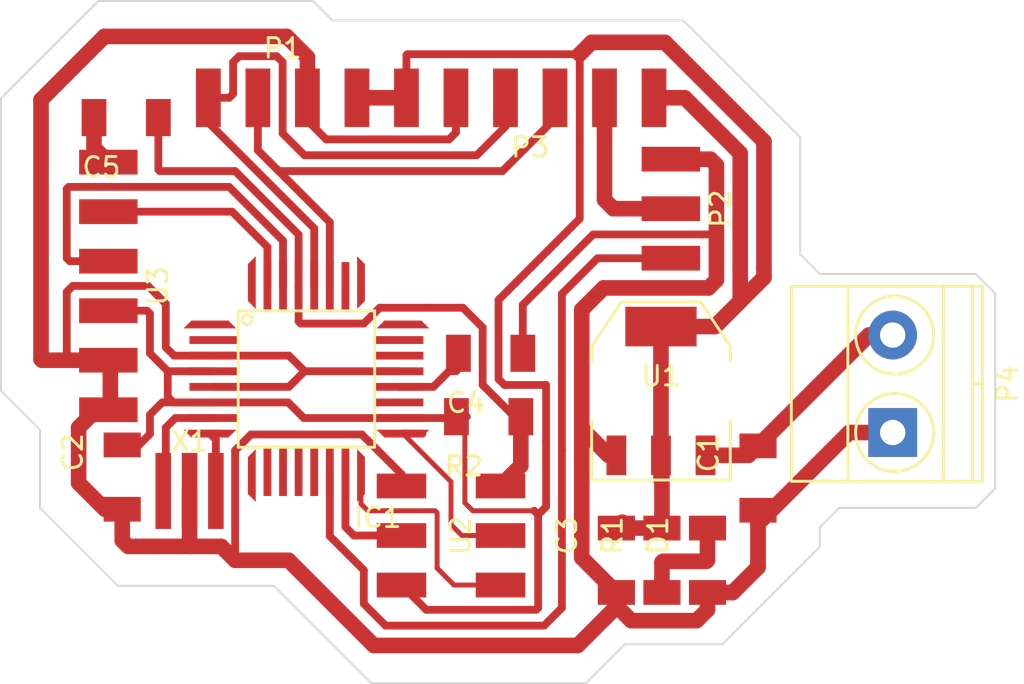
<source format=kicad_pcb>
(kicad_pcb (version 4) (host pcbnew 4.0.4-stable)

  (general
    (links 50)
    (no_connects 0)
    (area 126.949999 50.949999 179.187 87.050001)
    (thickness 1.6)
    (drawings 26)
    (tracks 255)
    (zones 0)
    (modules 17)
    (nets 33)
  )

  (page A4)
  (layers
    (0 F.Cu signal)
    (31 B.Cu signal)
    (32 B.Adhes user)
    (33 F.Adhes user)
    (34 B.Paste user)
    (35 F.Paste user)
    (36 B.SilkS user)
    (37 F.SilkS user)
    (38 B.Mask user)
    (39 F.Mask user)
    (40 Dwgs.User user)
    (41 Cmts.User user)
    (42 Eco1.User user)
    (43 Eco2.User user)
    (44 Edge.Cuts user)
    (45 Margin user)
    (46 B.CrtYd user)
    (47 F.CrtYd user)
    (48 B.Fab user)
    (49 F.Fab user)
  )

  (setup
    (last_trace_width 0.8)
    (user_trace_width 0.254)
    (user_trace_width 0.4)
    (user_trace_width 0.6)
    (user_trace_width 0.8)
    (trace_clearance 0.2)
    (zone_clearance 0.508)
    (zone_45_only no)
    (trace_min 0.2)
    (segment_width 0.2)
    (edge_width 0.1)
    (via_size 0.6)
    (via_drill 0.4)
    (via_min_size 0.4)
    (via_min_drill 0.3)
    (uvia_size 0.3)
    (uvia_drill 0.1)
    (uvias_allowed no)
    (uvia_min_size 0.2)
    (uvia_min_drill 0.1)
    (pcb_text_width 0.3)
    (pcb_text_size 1.5 1.5)
    (mod_edge_width 0.15)
    (mod_text_size 1 1)
    (mod_text_width 0.15)
    (pad_size 1.5 1.5)
    (pad_drill 0.6)
    (pad_to_mask_clearance 0)
    (aux_axis_origin 0 0)
    (grid_origin 131.4704 74.1172)
    (visible_elements FFFFFF7F)
    (pcbplotparams
      (layerselection 0x00030_80000001)
      (usegerberextensions false)
      (excludeedgelayer true)
      (linewidth 0.100000)
      (plotframeref false)
      (viasonmask false)
      (mode 1)
      (useauxorigin false)
      (hpglpennumber 1)
      (hpglpenspeed 20)
      (hpglpendiameter 15)
      (hpglpenoverlay 2)
      (psnegative false)
      (psa4output false)
      (plotreference true)
      (plotvalue true)
      (plotinvisibletext false)
      (padsonsilk false)
      (subtractmaskfromsilk false)
      (outputformat 1)
      (mirror false)
      (drillshape 0)
      (scaleselection 1)
      (outputdirectory ""))
  )

  (net 0 "")
  (net 1 GND)
  (net 2 RAW)
  (net 3 +5V)
  (net 4 "Net-(C4-Pad1)")
  (net 5 RST)
  (net 6 "Net-(C5-Pad1)")
  (net 7 "Net-(D1-Pad1)")
  (net 8 "Net-(IC1-Pad25)")
  (net 9 "Net-(IC1-Pad26)")
  (net 10 SDA)
  (net 11 SCL)
  (net 12 "Net-(IC1-Pad32)")
  (net 13 TXO)
  (net 14 RXI)
  (net 15 "Net-(IC1-Pad22)")
  (net 16 "Net-(IC1-Pad23)")
  (net 17 "Net-(IC1-Pad24)")
  (net 18 "Net-(IC1-Pad19)")
  (net 19 SCK)
  (net 20 "Net-(IC1-Pad12)")
  (net 21 "Net-(IC1-Pad11)")
  (net 22 "Net-(IC1-Pad10)")
  (net 23 "Net-(IC1-Pad9)")
  (net 24 "Net-(IC1-Pad13)")
  (net 25 SERVO)
  (net 26 MOSI)
  (net 27 MISO)
  (net 28 "Net-(IC1-Pad8)")
  (net 29 "Net-(IC1-Pad7)")
  (net 30 "Net-(IC1-Pad1)")
  (net 31 "Net-(IC1-Pad2)")
  (net 32 V_Servo)

  (net_class Default "This is the default net class."
    (clearance 0.2)
    (trace_width 0.25)
    (via_dia 0.6)
    (via_drill 0.4)
    (uvia_dia 0.3)
    (uvia_drill 0.1)
    (add_net +5V)
    (add_net GND)
    (add_net MISO)
    (add_net MOSI)
    (add_net "Net-(C4-Pad1)")
    (add_net "Net-(C5-Pad1)")
    (add_net "Net-(D1-Pad1)")
    (add_net "Net-(IC1-Pad1)")
    (add_net "Net-(IC1-Pad10)")
    (add_net "Net-(IC1-Pad11)")
    (add_net "Net-(IC1-Pad12)")
    (add_net "Net-(IC1-Pad13)")
    (add_net "Net-(IC1-Pad19)")
    (add_net "Net-(IC1-Pad2)")
    (add_net "Net-(IC1-Pad22)")
    (add_net "Net-(IC1-Pad23)")
    (add_net "Net-(IC1-Pad24)")
    (add_net "Net-(IC1-Pad25)")
    (add_net "Net-(IC1-Pad26)")
    (add_net "Net-(IC1-Pad32)")
    (add_net "Net-(IC1-Pad7)")
    (add_net "Net-(IC1-Pad8)")
    (add_net "Net-(IC1-Pad9)")
    (add_net RAW)
    (add_net RST)
    (add_net RXI)
    (add_net SCK)
    (add_net SCL)
    (add_net SDA)
    (add_net SERVO)
    (add_net TXO)
    (add_net V_Servo)
  )

  (module TQFP-32-Fab (layer F.Cu) (tedit 582FB0FA) (tstamp 582F721D)
    (at 142.1384 70.5104)
    (path /582F1A36)
    (fp_text reference IC1 (at 3.6576 7.112) (layer F.SilkS)
      (effects (font (size 1 1) (thickness 0.15)))
    )
    (fp_text value ATMEGA328P-A (at -0.8636 -7.0104) (layer F.Fab)
      (effects (font (size 1 1) (thickness 0.15)))
    )
    (fp_circle (center -3.048 -3.048) (end -3.048 -3.302) (layer F.SilkS) (width 0.15))
    (fp_line (start -3.5 -3.5) (end -3.5 3.5) (layer F.SilkS) (width 0.15))
    (fp_line (start 3.5 -3.5) (end 3.5 3.4492) (layer F.SilkS) (width 0.15))
    (fp_line (start -3.5 3.5) (end 3.5 3.5) (layer F.SilkS) (width 0.15))
    (fp_line (start -3.5 -3.5) (end 3.5 -3.5) (layer F.SilkS) (width 0.15))
    (pad 25 smd trapezoid (at 2.8004 -4.9496 270) (size 2.3 0.4) (rect_delta 0 0.4 ) (layers F.Cu F.Paste F.Mask)
      (net 8 "Net-(IC1-Pad25)"))
    (pad 26 smd rect (at 2.0004 -4.7496 90) (size 2.5 0.4) (layers F.Cu F.Paste F.Mask)
      (net 9 "Net-(IC1-Pad26)"))
    (pad 27 smd rect (at 1.2004 -4.7496 90) (size 2.5 0.4) (layers F.Cu F.Paste F.Mask)
      (net 10 SDA))
    (pad 28 smd rect (at 0.4004 -4.7496 90) (size 2.5 0.4) (layers F.Cu F.Paste F.Mask)
      (net 11 SCL))
    (pad 32 smd trapezoid (at -2.8 -4.95 90) (size 2.3 0.4) (rect_delta 0 0.4 ) (layers F.Cu F.Paste F.Mask)
      (net 12 "Net-(IC1-Pad32)"))
    (pad 31 smd rect (at -2 -4.7496 90) (size 2.5 0.4) (layers F.Cu F.Paste F.Mask)
      (net 13 TXO))
    (pad 30 smd rect (at -1.2 -4.7496 90) (size 2.5 0.4) (layers F.Cu F.Paste F.Mask)
      (net 14 RXI))
    (pad 29 smd rect (at -0.4 -4.7496 90) (size 2.5 0.4) (layers F.Cu F.Paste F.Mask)
      (net 5 RST))
    (pad 21 smd rect (at 4.7496 -0.4) (size 2.5 0.4) (layers F.Cu F.Paste F.Mask)
      (net 1 GND))
    (pad 22 smd rect (at 4.7496 -1.2) (size 2.5 0.4) (layers F.Cu F.Paste F.Mask)
      (net 15 "Net-(IC1-Pad22)"))
    (pad 23 smd rect (at 4.7496 -2) (size 2.5 0.4) (layers F.Cu F.Paste F.Mask)
      (net 16 "Net-(IC1-Pad23)"))
    (pad 24 smd trapezoid (at 4.95 -2.8) (size 2.3 0.4) (rect_delta 0 0.4 ) (layers F.Cu F.Paste F.Mask)
      (net 17 "Net-(IC1-Pad24)"))
    (pad 20 smd rect (at 4.7496 0.4004) (size 2.5 0.4) (layers F.Cu F.Paste F.Mask)
      (net 4 "Net-(C4-Pad1)"))
    (pad 19 smd rect (at 4.7496 1.2004) (size 2.5 0.4) (layers F.Cu F.Paste F.Mask)
      (net 18 "Net-(IC1-Pad19)"))
    (pad 18 smd rect (at 4.7496 2.0004) (size 2.5 0.4) (layers F.Cu F.Paste F.Mask)
      (net 3 +5V))
    (pad 17 smd trapezoid (at 4.95 2.8004 180) (size 2.3 0.4) (rect_delta 0 0.4 ) (layers F.Cu F.Paste F.Mask)
      (net 19 SCK))
    (pad 12 smd rect (at -0.4 4.75 90) (size 2.5 0.4) (layers F.Cu F.Paste F.Mask)
      (net 20 "Net-(IC1-Pad12)"))
    (pad 11 smd rect (at -1.2 4.75 90) (size 2.5 0.4) (layers F.Cu F.Paste F.Mask)
      (net 21 "Net-(IC1-Pad11)"))
    (pad 10 smd rect (at -2 4.75 90) (size 2.5 0.4) (layers F.Cu F.Paste F.Mask)
      (net 22 "Net-(IC1-Pad10)"))
    (pad 9 smd trapezoid (at -2.8 4.95 90) (size 2.3 0.4) (rect_delta 0 0.4 ) (layers F.Cu F.Paste F.Mask)
      (net 23 "Net-(IC1-Pad9)"))
    (pad 13 smd rect (at 0.4004 4.75 90) (size 2.5 0.4) (layers F.Cu F.Paste F.Mask)
      (net 24 "Net-(IC1-Pad13)"))
    (pad 14 smd rect (at 1.2004 4.75 90) (size 2.5 0.4) (layers F.Cu F.Paste F.Mask)
      (net 25 SERVO))
    (pad 15 smd rect (at 2.0004 4.75 90) (size 2.5 0.4) (layers F.Cu F.Paste F.Mask)
      (net 26 MOSI))
    (pad 16 smd trapezoid (at 2.8004 4.95 270) (size 2.3 0.4) (rect_delta 0 0.4 ) (layers F.Cu F.Paste F.Mask)
      (net 27 MISO))
    (pad 8 smd trapezoid (at -4.95 2.8 180) (size 2.3 0.4) (rect_delta 0 0.4 ) (layers F.Cu F.Paste F.Mask)
      (net 28 "Net-(IC1-Pad8)"))
    (pad 7 smd rect (at -4.75 2.0004) (size 2.5 0.4) (layers F.Cu F.Paste F.Mask)
      (net 29 "Net-(IC1-Pad7)"))
    (pad 6 smd rect (at -4.75 1.2004) (size 2.5 0.4) (layers F.Cu F.Paste F.Mask)
      (net 3 +5V))
    (pad 5 smd rect (at -4.75 0.4004) (size 2.5 0.4) (layers F.Cu F.Paste F.Mask)
      (net 1 GND))
    (pad 1 smd trapezoid (at -4.95 -2.8) (size 2.3 0.4) (rect_delta 0 0.4 ) (layers F.Cu F.Paste F.Mask)
      (net 30 "Net-(IC1-Pad1)"))
    (pad 2 smd rect (at -4.75 -2) (size 2.5 0.4) (layers F.Cu F.Paste F.Mask)
      (net 31 "Net-(IC1-Pad2)"))
    (pad 3 smd rect (at -4.75 -1.2) (size 2.5 0.4) (layers F.Cu F.Paste F.Mask)
      (net 1 GND))
    (pad 4 smd rect (at -4.75 -0.4) (size 2.5 0.4) (layers F.Cu F.Paste F.Mask)
      (net 3 +5V))
  )

  (module Fab_Footprint:CAP_1206_FAB (layer F.Cu) (tedit 582F4DEF) (tstamp 582F71DB)
    (at 165.3032 75.5904 270)
    (path /582F6D4E)
    (fp_text reference C1 (at -1.27 2.54 270) (layer F.SilkS)
      (effects (font (size 1 1) (thickness 0.15)))
    )
    (fp_text value CAP_POL (at 0 -2.54 270) (layer F.Fab)
      (effects (font (size 1 1) (thickness 0.15)))
    )
    (pad 2 smd rect (at 1.651 0 270) (size 1.27 1.905) (layers F.Cu F.Paste F.Mask)
      (net 1 GND))
    (pad 1 smd rect (at -1.651 0 270) (size 1.27 1.905) (layers F.Cu F.Paste F.Mask)
      (net 2 RAW))
  )

  (module Fab_Footprint:CAP_1206_FAB (layer F.Cu) (tedit 582F4DEF) (tstamp 582F71E1)
    (at 132.6896 75.5396 270)
    (path /582F6F03)
    (fp_text reference C2 (at -1.27 2.54 270) (layer F.SilkS)
      (effects (font (size 1 1) (thickness 0.15)))
    )
    (fp_text value CAP_POL (at 0 -2.54 270) (layer F.Fab)
      (effects (font (size 1 1) (thickness 0.15)))
    )
    (pad 2 smd rect (at 1.651 0 270) (size 1.27 1.905) (layers F.Cu F.Paste F.Mask)
      (net 1 GND))
    (pad 1 smd rect (at -1.651 0 270) (size 1.27 1.905) (layers F.Cu F.Paste F.Mask)
      (net 3 +5V))
  )

  (module Fab_Footprint:CAP_1206_FAB (layer F.Cu) (tedit 582F4DEF) (tstamp 582F71E7)
    (at 158.0388 79.8068 270)
    (path /582F7AB5)
    (fp_text reference C3 (at -1.27 2.54 270) (layer F.SilkS)
      (effects (font (size 1 1) (thickness 0.15)))
    )
    (fp_text value CAP_POL (at 0 -2.54 270) (layer F.Fab)
      (effects (font (size 1 1) (thickness 0.15)))
    )
    (pad 2 smd rect (at 1.651 0 270) (size 1.27 1.905) (layers F.Cu F.Paste F.Mask)
      (net 1 GND))
    (pad 1 smd rect (at -1.651 0 270) (size 1.27 1.905) (layers F.Cu F.Paste F.Mask)
      (net 3 +5V))
  )

  (module Fab_Footprint:CAP_1206_FAB (layer F.Cu) (tedit 582F4DEF) (tstamp 582F71ED)
    (at 151.5872 69.1896)
    (path /582F7AFD)
    (fp_text reference C4 (at -1.27 2.54) (layer F.SilkS)
      (effects (font (size 1 1) (thickness 0.15)))
    )
    (fp_text value CAP_POL (at 0 -2.54) (layer F.Fab)
      (effects (font (size 1 1) (thickness 0.15)))
    )
    (pad 2 smd rect (at 1.651 0) (size 1.27 1.905) (layers F.Cu F.Paste F.Mask)
      (net 1 GND))
    (pad 1 smd rect (at -1.651 0) (size 1.27 1.905) (layers F.Cu F.Paste F.Mask)
      (net 4 "Net-(C4-Pad1)"))
  )

  (module Fab_Footprint:CAP_1206_FAB (layer F.Cu) (tedit 582F4DEF) (tstamp 582F71F3)
    (at 132.8928 57.0992)
    (path /582F75B9)
    (fp_text reference C5 (at -1.27 2.54) (layer F.SilkS)
      (effects (font (size 1 1) (thickness 0.15)))
    )
    (fp_text value CAP_POL (at 0 -2.54) (layer F.Fab)
      (effects (font (size 1 1) (thickness 0.15)))
    )
    (pad 2 smd rect (at 1.651 0) (size 1.27 1.905) (layers F.Cu F.Paste F.Mask)
      (net 5 RST))
    (pad 1 smd rect (at -1.651 0) (size 1.27 1.905) (layers F.Cu F.Paste F.Mask)
      (net 6 "Net-(C5-Pad1)"))
  )

  (module Fab_Footprint:CAP_1206_FAB (layer F.Cu) (tedit 582F4DEF) (tstamp 582F71F9)
    (at 162.7124 79.8068 270)
    (path /582F6E26)
    (fp_text reference D1 (at -1.27 2.54 270) (layer F.SilkS)
      (effects (font (size 1 1) (thickness 0.15)))
    )
    (fp_text value LED (at 0 -2.54 270) (layer F.Fab)
      (effects (font (size 1 1) (thickness 0.15)))
    )
    (pad 2 smd rect (at 1.651 0 270) (size 1.27 1.905) (layers F.Cu F.Paste F.Mask)
      (net 1 GND))
    (pad 1 smd rect (at -1.651 0 270) (size 1.27 1.905) (layers F.Cu F.Paste F.Mask)
      (net 7 "Net-(D1-Pad1)"))
  )

  (module Fab_Footprint:SMD_RA_1x04_No_Holes (layer F.Cu) (tedit 582F6A88) (tstamp 582F7225)
    (at 140.9192 56.0832 180)
    (path /582F1C3B)
    (fp_text reference P1 (at 0 2.54 180) (layer F.SilkS)
      (effects (font (size 1 1) (thickness 0.15)))
    )
    (fp_text value AF_TMP007 (at 0 -2.54 180) (layer F.Fab)
      (effects (font (size 1 1) (thickness 0.15)))
    )
    (pad 4 smd rect (at 3.81 0 180) (size 1.27 3) (layers F.Cu F.Paste F.Mask)
      (net 11 SCL))
    (pad 3 smd rect (at 1.27 0 180) (size 1.27 3) (layers F.Cu F.Paste F.Mask)
      (net 10 SDA))
    (pad 2 smd rect (at -1.27 0 180) (size 1.27 3) (layers F.Cu F.Paste F.Mask)
      (net 1 GND))
    (pad 1 smd rect (at -3.81 0 180) (size 1.27 3) (layers F.Cu F.Paste F.Mask)
      (net 3 +5V))
  )

  (module Fab_Footprint:SMD_RA_1x03_No_Holes (layer F.Cu) (tedit 582F962B) (tstamp 582F722C)
    (at 160.8328 61.7728 90)
    (path /582F7B85)
    (fp_text reference P2 (at 0 2.54 90) (layer F.SilkS)
      (effects (font (size 1 1) (thickness 0.15)))
    )
    (fp_text value CONN_01X03 (at 0 -2.54 180) (layer F.Fab)
      (effects (font (size 1 1) (thickness 0.15)))
    )
    (pad 3 smd rect (at 2.54 0 90) (size 1.27 3) (layers F.Cu F.Paste F.Mask)
      (net 1 GND))
    (pad 2 smd rect (at 0 0 90) (size 1.27 3) (layers F.Cu F.Paste F.Mask)
      (net 32 V_Servo))
    (pad 1 smd rect (at -2.54 0 90) (size 1.27 3) (layers F.Cu F.Paste F.Mask)
      (net 25 SERVO))
  )

  (module Fab_Footprint:SMD_RA_1x06_No_Holes (layer F.Cu) (tedit 582F6988) (tstamp 582F7236)
    (at 153.6192 56.0832)
    (path /582F1BE1)
    (fp_text reference P3 (at 0 2.54) (layer F.SilkS)
      (effects (font (size 1 1) (thickness 0.15)))
    )
    (fp_text value AF_INA219 (at 0 -2.54) (layer F.Fab)
      (effects (font (size 1 1) (thickness 0.15)))
    )
    (pad 1 smd rect (at -6.35 0) (size 1.27 3) (layers F.Cu F.Paste F.Mask)
      (net 3 +5V))
    (pad 2 smd rect (at -3.81 0) (size 1.27 3) (layers F.Cu F.Paste F.Mask)
      (net 1 GND))
    (pad 3 smd rect (at -1.27 0) (size 1.27 3) (layers F.Cu F.Paste F.Mask)
      (net 11 SCL))
    (pad 4 smd rect (at 1.27 0) (size 1.27 3) (layers F.Cu F.Paste F.Mask)
      (net 10 SDA))
    (pad 5 smd rect (at 3.81 0) (size 1.27 3) (layers F.Cu F.Paste F.Mask)
      (net 32 V_Servo))
    (pad 6 smd rect (at 6.35 0) (size 1.27 3) (layers F.Cu F.Paste F.Mask)
      (net 3 +5V))
  )

  (module Terminal_Blocks:TerminalBlock_Pheonix_MKDS1.5-2pol (layer F.Cu) (tedit 563007E4) (tstamp 582F723C)
    (at 172.212 73.2536 90)
    (descr "2-way 5mm pitch terminal block, Phoenix MKDS series")
    (path /582F8AE0)
    (fp_text reference P4 (at 2.5 5.9 90) (layer F.SilkS)
      (effects (font (size 1 1) (thickness 0.15)))
    )
    (fp_text value CONN_01X02 (at 2.5 -6.6 90) (layer F.Fab)
      (effects (font (size 1 1) (thickness 0.15)))
    )
    (fp_line (start -2.7 -5.4) (end 7.7 -5.4) (layer F.CrtYd) (width 0.05))
    (fp_line (start -2.7 4.8) (end -2.7 -5.4) (layer F.CrtYd) (width 0.05))
    (fp_line (start 7.7 4.8) (end -2.7 4.8) (layer F.CrtYd) (width 0.05))
    (fp_line (start 7.7 -5.4) (end 7.7 4.8) (layer F.CrtYd) (width 0.05))
    (fp_line (start 2.5 4.1) (end 2.5 4.6) (layer F.SilkS) (width 0.15))
    (fp_circle (center 5 0.1) (end 3 0.1) (layer F.SilkS) (width 0.15))
    (fp_circle (center 0 0.1) (end 2 0.1) (layer F.SilkS) (width 0.15))
    (fp_line (start -2.5 2.6) (end 7.5 2.6) (layer F.SilkS) (width 0.15))
    (fp_line (start -2.5 -2.3) (end 7.5 -2.3) (layer F.SilkS) (width 0.15))
    (fp_line (start -2.5 4.1) (end 7.5 4.1) (layer F.SilkS) (width 0.15))
    (fp_line (start -2.5 4.6) (end 7.5 4.6) (layer F.SilkS) (width 0.15))
    (fp_line (start 7.5 4.6) (end 7.5 -5.2) (layer F.SilkS) (width 0.15))
    (fp_line (start 7.5 -5.2) (end -2.5 -5.2) (layer F.SilkS) (width 0.15))
    (fp_line (start -2.5 -5.2) (end -2.5 4.6) (layer F.SilkS) (width 0.15))
    (pad 1 thru_hole rect (at 0 0 90) (size 2.5 2.5) (drill 1.3) (layers *.Cu *.Mask)
      (net 1 GND))
    (pad 2 thru_hole circle (at 5 0 90) (size 2.5 2.5) (drill 1.3) (layers *.Cu *.Mask)
      (net 2 RAW))
    (model Terminal_Blocks.3dshapes/TerminalBlock_Pheonix_MKDS1.5-2pol.wrl
      (at (xyz 0.0984 0 0))
      (scale (xyz 1 1 1))
      (rotate (xyz 0 0 0))
    )
  )

  (module Fab_Footprint:CAP_1206_FAB (layer F.Cu) (tedit 582F4DEF) (tstamp 582F7242)
    (at 160.3756 79.8068 270)
    (path /582F73D8)
    (fp_text reference R1 (at -1.27 2.54 270) (layer F.SilkS)
      (effects (font (size 1 1) (thickness 0.15)))
    )
    (fp_text value RES (at 0 -2.54 270) (layer F.Fab)
      (effects (font (size 1 1) (thickness 0.15)))
    )
    (pad 2 smd rect (at 1.651 0 270) (size 1.27 1.905) (layers F.Cu F.Paste F.Mask)
      (net 7 "Net-(D1-Pad1)"))
    (pad 1 smd rect (at -1.651 0 270) (size 1.27 1.905) (layers F.Cu F.Paste F.Mask)
      (net 3 +5V))
  )

  (module Fab_Footprint:CAP_1206_FAB (layer F.Cu) (tedit 582F4DEF) (tstamp 582F7248)
    (at 151.4856 72.4408)
    (path /582F81C5)
    (fp_text reference R2 (at -1.27 2.54) (layer F.SilkS)
      (effects (font (size 1 1) (thickness 0.15)))
    )
    (fp_text value RES (at 0 -2.54) (layer F.Fab)
      (effects (font (size 1 1) (thickness 0.15)))
    )
    (pad 2 smd rect (at 1.651 0) (size 1.27 1.905) (layers F.Cu F.Paste F.Mask)
      (net 5 RST))
    (pad 1 smd rect (at -1.651 0) (size 1.27 1.905) (layers F.Cu F.Paste F.Mask)
      (net 3 +5V))
  )

  (module Fab_Footprint:SMD_RA_1x06_No_Holes (layer F.Cu) (tedit 582F6988) (tstamp 582F7264)
    (at 131.9784 65.7352 90)
    (path /582F4630)
    (fp_text reference U3 (at 0 2.54 90) (layer F.SilkS)
      (effects (font (size 1 1) (thickness 0.15)))
    )
    (fp_text value FTDI (at 0 -2.54 90) (layer F.Fab)
      (effects (font (size 1 1) (thickness 0.15)))
    )
    (pad 1 smd rect (at -6.35 0 90) (size 1.27 3) (layers F.Cu F.Paste F.Mask)
      (net 1 GND))
    (pad 2 smd rect (at -3.81 0 90) (size 1.27 3) (layers F.Cu F.Paste F.Mask)
      (net 1 GND))
    (pad 3 smd rect (at -1.27 0 90) (size 1.27 3) (layers F.Cu F.Paste F.Mask)
      (net 3 +5V))
    (pad 4 smd rect (at 1.27 0 90) (size 1.27 3) (layers F.Cu F.Paste F.Mask)
      (net 14 RXI))
    (pad 5 smd rect (at 3.81 0 90) (size 1.27 3) (layers F.Cu F.Paste F.Mask)
      (net 13 TXO))
    (pad 6 smd rect (at 6.35 0 90) (size 1.27 3) (layers F.Cu F.Paste F.Mask)
      (net 6 "Net-(C5-Pad1)"))
  )

  (module Fab_Footprint:RESONATOR (layer F.Cu) (tedit 582F6F67) (tstamp 582F726B)
    (at 136.144 76.2508 180)
    (path /582F3590)
    (fp_text reference X1 (at 0 2.54 180) (layer F.SilkS)
      (effects (font (size 1 1) (thickness 0.15)))
    )
    (fp_text value CRYSTAL_SMD (at 0 -2.54 180) (layer F.Fab)
      (effects (font (size 1 1) (thickness 0.15)))
    )
    (pad 2 smd rect (at 1.35 0 180) (size 0.8 3.9) (layers F.Cu F.Paste F.Mask)
      (net 29 "Net-(IC1-Pad7)"))
    (pad 3 smd rect (at 0 0 180) (size 0.8 3.9) (layers F.Cu F.Paste F.Mask)
      (net 1 GND))
    (pad 1 smd rect (at -1.35 0 180) (size 0.8 3.9) (layers F.Cu F.Paste F.Mask)
      (net 28 "Net-(IC1-Pad8)"))
  )

  (module Fab_Footprint:SOT-223-Reg (layer F.Cu) (tedit 582FA4C1) (tstamp 582F7250)
    (at 160.3248 71.12)
    (descr "module CMS SOT223 4 pins")
    (tags "CMS SOT")
    (path /582F66AD)
    (attr smd)
    (fp_text reference U1 (at 0 -0.762) (layer F.SilkS)
      (effects (font (size 1 1) (thickness 0.15)))
    )
    (fp_text value 7805 (at 0 0.762) (layer F.Fab)
      (effects (font (size 1 1) (thickness 0.15)))
    )
    (fp_line (start -3.556 1.524) (end -3.556 4.572) (layer F.SilkS) (width 0.15))
    (fp_line (start -3.556 4.572) (end 3.556 4.572) (layer F.SilkS) (width 0.15))
    (fp_line (start 3.556 4.572) (end 3.556 1.524) (layer F.SilkS) (width 0.15))
    (fp_line (start -3.556 -1.524) (end -3.556 -2.286) (layer F.SilkS) (width 0.15))
    (fp_line (start -3.556 -2.286) (end -2.032 -4.572) (layer F.SilkS) (width 0.15))
    (fp_line (start -2.032 -4.572) (end 2.032 -4.572) (layer F.SilkS) (width 0.15))
    (fp_line (start 2.032 -4.572) (end 3.556 -2.286) (layer F.SilkS) (width 0.15))
    (fp_line (start 3.556 -2.286) (end 3.556 -1.524) (layer F.SilkS) (width 0.15))
    (pad 2 smd rect (at 0 -3.302) (size 3.6576 2.032) (layers F.Cu F.Paste F.Mask)
      (net 3 +5V))
    (pad 2 smd rect (at 0 3.302) (size 1.016 2.032) (layers F.Cu F.Paste F.Mask)
      (net 3 +5V))
    (pad 3 smd rect (at 2.286 3.302) (size 1.016 2.032) (layers F.Cu F.Paste F.Mask)
      (net 2 RAW))
    (pad 1 smd rect (at -2.286 3.302) (size 1.016 2.032) (layers F.Cu F.Paste F.Mask)
      (net 1 GND))
    (model TO_SOT_Packages_SMD.3dshapes/SOT-223.wrl
      (at (xyz 0 0 0))
      (scale (xyz 0.4 0.4 0.4))
      (rotate (xyz 0 0 0))
    )
  )

  (module Fab_Footprint:SMD_2x03 (layer F.Cu) (tedit 5830D71E) (tstamp 582F725A)
    (at 149.5552 78.5368 90)
    (path /582F290F)
    (fp_text reference U2 (at 0 0.5 90) (layer F.SilkS)
      (effects (font (size 1 1) (thickness 0.15)))
    )
    (fp_text value AVRISP (at 0.0508 -0.1016 90) (layer F.Fab)
      (effects (font (size 1 1) (thickness 0.15)))
    )
    (pad 1 smd rect (at -2.54 2.54 90) (size 1.27 2.54) (layers F.Cu F.Paste F.Mask)
      (net 27 MISO))
    (pad 3 smd rect (at 0 2.54 90) (size 1.27 2.54) (layers F.Cu F.Paste F.Mask)
      (net 19 SCK))
    (pad 5 smd rect (at 2.54 2.54 90) (size 1.27 2.54) (layers F.Cu F.Paste F.Mask)
      (net 5 RST))
    (pad 2 smd rect (at -2.54 -2.54 90) (size 1.27 2.54) (layers F.Cu F.Paste F.Mask)
      (net 3 +5V))
    (pad 4 smd rect (at 0 -2.54 90) (size 1.27 2.54) (layers F.Cu F.Paste F.Mask)
      (net 26 MOSI))
    (pad 6 smd rect (at 2.54 -2.54 90) (size 1.27 2.54) (layers F.Cu F.Paste F.Mask)
      (net 1 GND))
  )

  (gr_line (start 169.4704 77.1172) (end 176.4704 77.1172) (angle 90) (layer Edge.Cuts) (width 0.1))
  (gr_line (start 168.4704 78.1172) (end 169.4704 77.1172) (angle 90) (layer Edge.Cuts) (width 0.1))
  (gr_line (start 168.4704 79.1172) (end 168.4704 78.1172) (angle 90) (layer Edge.Cuts) (width 0.1))
  (gr_line (start 142.4704 51.1172) (end 131.4704 51.1172) (angle 90) (layer Edge.Cuts) (width 0.1))
  (gr_line (start 143.4704 52.1172) (end 142.4704 51.1172) (angle 90) (layer Edge.Cuts) (width 0.1))
  (gr_line (start 161.4704 52.1172) (end 143.4704 52.1172) (angle 90) (layer Edge.Cuts) (width 0.1))
  (gr_line (start 167.4704 58.1172) (end 161.4704 52.1172) (angle 90) (layer Edge.Cuts) (width 0.1))
  (gr_line (start 167.4704 64.1172) (end 167.4704 58.1172) (angle 90) (layer Edge.Cuts) (width 0.1))
  (gr_line (start 168.4704 65.1172) (end 167.4704 64.1172) (angle 90) (layer Edge.Cuts) (width 0.1))
  (gr_line (start 176.4704 65.1172) (end 168.4704 65.1172) (angle 90) (layer Edge.Cuts) (width 0.1))
  (gr_line (start 177.4704 66.1172) (end 176.4704 65.1172) (angle 90) (layer Edge.Cuts) (width 0.1))
  (gr_line (start 177.4704 76.1172) (end 177.4704 66.1172) (angle 90) (layer Edge.Cuts) (width 0.1))
  (gr_line (start 176.4704 77.1172) (end 177.4704 76.1172) (angle 90) (layer Edge.Cuts) (width 0.1))
  (gr_line (start 167.4704 80.1172) (end 168.4704 79.1172) (angle 90) (layer Edge.Cuts) (width 0.1))
  (gr_line (start 163.4704 84.1172) (end 167.4704 80.1172) (angle 90) (layer Edge.Cuts) (width 0.1))
  (gr_line (start 162.4704 84.1172) (end 163.4704 84.1172) (angle 90) (layer Edge.Cuts) (width 0.1))
  (gr_line (start 158.4704 84.1172) (end 162.4704 84.1172) (angle 90) (layer Edge.Cuts) (width 0.1))
  (gr_line (start 156.4704 86.1172) (end 158.4704 84.1172) (angle 90) (layer Edge.Cuts) (width 0.1))
  (gr_line (start 145.4704 86.1172) (end 156.4704 86.1172) (angle 90) (layer Edge.Cuts) (width 0.1))
  (gr_line (start 140.4704 81.1172) (end 145.4704 86.1172) (angle 90) (layer Edge.Cuts) (width 0.1))
  (gr_line (start 132.4704 81.1172) (end 140.4704 81.1172) (angle 90) (layer Edge.Cuts) (width 0.1))
  (gr_line (start 128.4704 77.1172) (end 132.4704 81.1172) (angle 90) (layer Edge.Cuts) (width 0.1))
  (gr_line (start 128.4704 73.1172) (end 128.4704 77.1172) (angle 90) (layer Edge.Cuts) (width 0.1))
  (gr_line (start 126.4704 71.1172) (end 128.4704 73.1172) (angle 90) (layer Edge.Cuts) (width 0.1))
  (gr_line (start 126.4704 56.1172) (end 126.4704 71.1172) (angle 90) (layer Edge.Cuts) (width 0.1))
  (gr_line (start 131.4704 51.1172) (end 126.4704 56.1172) (angle 90) (layer Edge.Cuts) (width 0.1))

  (segment (start 156.2608 74.5236) (end 156.2608 79.6798) (width 0.8) (layer F.Cu) (net 1))
  (segment (start 156.2608 79.6798) (end 158.0388 81.4578) (width 0.8) (layer F.Cu) (net 1) (tstamp 5830DC24) (status 800000))
  (segment (start 138.4808 79.8068) (end 137.7696 79.0956) (width 0.8) (layer F.Cu) (net 1))
  (segment (start 137.7696 79.0956) (end 136.144 79.0956) (width 0.8) (layer F.Cu) (net 1))
  (segment (start 138.4808 79.8068) (end 141.224 79.8068) (width 0.8) (layer F.Cu) (net 1) (tstamp 5830DC0C))
  (segment (start 141.224 79.8068) (end 145.5928 84.1756) (width 0.8) (layer F.Cu) (net 1) (tstamp 5830DC0E))
  (segment (start 145.5928 84.1756) (end 156.0576 84.1756) (width 0.8) (layer F.Cu) (net 1) (tstamp 5830DC13))
  (segment (start 156.0576 84.1756) (end 158.0388 82.1944) (width 0.8) (layer F.Cu) (net 1) (tstamp 5830DC17))
  (segment (start 158.0388 82.1944) (end 158.0388 81.4578) (width 0.8) (layer F.Cu) (net 1) (tstamp 5830DC19) (status 800000))
  (segment (start 158.0388 81.4578) (end 158.0388 82.1944) (width 0.8) (layer F.Cu) (net 1))
  (segment (start 158.0388 82.1944) (end 157.3784 82.8548) (width 0.8) (layer F.Cu) (net 1) (tstamp 5830D9DB))
  (segment (start 134.0104 79.0956) (end 132.9944 79.0956) (width 0.8) (layer F.Cu) (net 1))
  (segment (start 136.144 79.0956) (end 134.0104 79.0956) (width 0.8) (layer F.Cu) (net 1) (tstamp 5830D92D))
  (segment (start 132.6896 78.7908) (end 132.6896 77.1906) (width 0.8) (layer F.Cu) (net 1) (tstamp 5830D94D))
  (segment (start 132.9944 79.0956) (end 132.6896 78.7908) (width 0.8) (layer F.Cu) (net 1) (tstamp 5830D94A))
  (segment (start 136.144 76.2508) (end 136.144 79.0956) (width 0.8) (layer F.Cu) (net 1))
  (segment (start 132.6896 77.7748) (end 132.6896 77.1906) (width 0.8) (layer F.Cu) (net 1) (tstamp 5830D93C))
  (segment (start 138.9888 73.66) (end 138.4808 74.168) (width 0.4) (layer F.Cu) (net 1))
  (segment (start 139.2936 73.3552) (end 138.9888 73.66) (width 0.4) (layer F.Cu) (net 1) (tstamp 5830D81A))
  (segment (start 144.9832 73.3552) (end 139.2936 73.3552) (width 0.4) (layer F.Cu) (net 1) (tstamp 5830D816))
  (segment (start 147.0152 75.3872) (end 144.9832 73.3552) (width 0.4) (layer F.Cu) (net 1) (tstamp 5830D80E))
  (segment (start 138.4808 74.168) (end 138.4808 79.8068) (width 0.4) (layer F.Cu) (net 1) (tstamp 5830D8F6))
  (segment (start 131.9784 72.0852) (end 131.3688 72.0852) (width 0.8) (layer F.Cu) (net 1))
  (segment (start 131.3688 72.0852) (end 130.4544 72.9996) (width 0.8) (layer F.Cu) (net 1) (tstamp 5830D88E))
  (segment (start 130.4544 72.9996) (end 130.4544 75.8444) (width 0.8) (layer F.Cu) (net 1) (tstamp 5830D89F))
  (segment (start 130.4544 75.8444) (end 131.8006 77.1906) (width 0.8) (layer F.Cu) (net 1) (tstamp 5830D8A9))
  (segment (start 131.8006 77.1906) (end 132.6896 77.1906) (width 0.8) (layer F.Cu) (net 1) (tstamp 5830D8AD))
  (segment (start 147.0152 75.9968) (end 147.0152 75.3872) (width 0.4) (layer F.Cu) (net 1))
  (segment (start 165.3032 77.2414) (end 165.3032 80.1624) (width 0.8) (layer F.Cu) (net 1))
  (segment (start 165.3032 80.1624) (end 164.0078 81.4578) (width 0.8) (layer F.Cu) (net 1) (tstamp 5830AFD4))
  (segment (start 164.0078 81.4578) (end 162.7124 81.4578) (width 0.8) (layer F.Cu) (net 1) (tstamp 5830AFD8))
  (segment (start 158.0388 74.422) (end 157.6324 74.422) (width 0.8) (layer F.Cu) (net 1))
  (segment (start 157.6324 74.422) (end 156.2608 73.0504) (width 0.8) (layer F.Cu) (net 1) (tstamp 5830A243))
  (segment (start 172.212 73.2536) (end 169.9768 73.2536) (width 0.8) (layer F.Cu) (net 1))
  (segment (start 164.0078 81.4578) (end 162.7124 81.4578) (width 0.8) (layer F.Cu) (net 1) (tstamp 582FAD8E))
  (segment (start 165.3032 80.1624) (end 164.0078 81.4578) (width 0.8) (layer F.Cu) (net 1) (tstamp 5830A039))
  (segment (start 165.3032 77.9272) (end 165.3032 80.1624) (width 0.8) (layer F.Cu) (net 1) (tstamp 5830A036))
  (segment (start 169.9768 73.2536) (end 165.3032 77.9272) (width 0.8) (layer F.Cu) (net 1) (tstamp 5830A031))
  (segment (start 163.1696 63.0936) (end 163.1696 65.4304) (width 0.8) (layer F.Cu) (net 1))
  (segment (start 156.2608 66.9544) (end 156.2608 71.5264) (width 0.8) (layer F.Cu) (net 1) (tstamp 582FACF6))
  (segment (start 156.2608 71.5264) (end 156.2608 73.0504) (width 0.8) (layer F.Cu) (net 1))
  (segment (start 156.2608 73.0504) (end 156.2608 74.5236) (width 0.8) (layer F.Cu) (net 1) (tstamp 582FAF08))
  (segment (start 156.2608 74.5236) (end 156.2608 74.676) (width 0.8) (layer F.Cu) (net 1) (tstamp 5830DC22))
  (segment (start 157.3784 65.8368) (end 156.2608 66.9544) (width 0.8) (layer F.Cu) (net 1) (tstamp 582FAED0))
  (segment (start 162.7632 65.8368) (end 157.3784 65.8368) (width 0.8) (layer F.Cu) (net 1) (tstamp 582FAECD))
  (segment (start 163.1696 65.4304) (end 162.7632 65.8368) (width 0.8) (layer F.Cu) (net 1) (tstamp 582FAEC7))
  (segment (start 158.0388 81.4578) (end 158.0388 82.1436) (width 0.8) (layer F.Cu) (net 1))
  (segment (start 162.7124 82.3468) (end 162.7124 81.4578) (width 0.8) (layer F.Cu) (net 1) (tstamp 582FAD78))
  (segment (start 162.1536 82.9056) (end 162.7124 82.3468) (width 0.8) (layer F.Cu) (net 1) (tstamp 582FAD74))
  (segment (start 158.8008 82.9056) (end 162.1536 82.9056) (width 0.8) (layer F.Cu) (net 1) (tstamp 582FAD71))
  (segment (start 158.0388 82.1436) (end 158.8008 82.9056) (width 0.8) (layer F.Cu) (net 1) (tstamp 582FAD6E))
  (segment (start 142.1892 56.0832) (end 142.1892 54.0004) (width 0.8) (layer F.Cu) (net 1))
  (segment (start 128.5748 69.5452) (end 131.9784 69.5452) (width 0.8) (layer F.Cu) (net 1) (tstamp 582FAB78))
  (segment (start 128.524 69.4944) (end 128.5748 69.5452) (width 0.8) (layer F.Cu) (net 1) (tstamp 582FAB73))
  (segment (start 128.524 56.1848) (end 128.524 69.4944) (width 0.8) (layer F.Cu) (net 1) (tstamp 582FAB69))
  (segment (start 131.7752 52.9336) (end 128.524 56.1848) (width 0.8) (layer F.Cu) (net 1) (tstamp 582FAB5E))
  (segment (start 141.1224 52.9336) (end 131.7752 52.9336) (width 0.8) (layer F.Cu) (net 1) (tstamp 582FAB5C))
  (segment (start 142.1892 54.0004) (end 141.1224 52.9336) (width 0.8) (layer F.Cu) (net 1) (tstamp 582FAB58))
  (segment (start 156.845 63.0936) (end 162.4584 63.0936) (width 0.4) (layer F.Cu) (net 1))
  (segment (start 153.2382 66.7004) (end 156.845 63.0936) (width 0.4) (layer F.Cu) (net 1) (tstamp 582FA90B))
  (segment (start 153.2382 69.1896) (end 153.2382 66.7004) (width 0.4) (layer F.Cu) (net 1))
  (segment (start 162.4584 63.0936) (end 163.1696 63.0936) (width 0.4) (layer F.Cu) (net 1) (tstamp 582FA96F))
  (segment (start 160.8328 59.2328) (end 162.8648 59.2328) (width 0.8) (layer F.Cu) (net 1))
  (segment (start 163.1696 59.5376) (end 163.1696 63.0936) (width 0.8) (layer F.Cu) (net 1) (tstamp 582FA947))
  (segment (start 162.8648 59.2328) (end 163.1696 59.5376) (width 0.8) (layer F.Cu) (net 1) (tstamp 582FA944))
  (segment (start 137.3884 70.9108) (end 141.2428 70.9108) (width 0.4) (layer F.Cu) (net 1))
  (segment (start 141.2428 70.9108) (end 142.0432 70.1104) (width 0.4) (layer F.Cu) (net 1) (tstamp 582F93F4))
  (segment (start 137.3884 69.3104) (end 141.2432 69.3104) (width 0.4) (layer F.Cu) (net 1))
  (segment (start 142.0432 70.1104) (end 146.888 70.1104) (width 0.4) (layer F.Cu) (net 1) (tstamp 582F93ED))
  (segment (start 141.2432 69.3104) (end 142.0432 70.1104) (width 0.4) (layer F.Cu) (net 1) (tstamp 582F93EC))
  (segment (start 142.1892 56.0832) (end 142.1892 57.2516) (width 0.4) (layer F.Cu) (net 1))
  (segment (start 142.1892 57.2516) (end 143.1544 58.2168) (width 0.4) (layer F.Cu) (net 1) (tstamp 582F9272))
  (segment (start 143.1544 58.2168) (end 149.4536 58.2168) (width 0.4) (layer F.Cu) (net 1) (tstamp 582F9277))
  (segment (start 149.4536 58.2168) (end 149.8092 57.8612) (width 0.4) (layer F.Cu) (net 1) (tstamp 582F927D))
  (segment (start 149.8092 57.8612) (end 149.8092 56.0832) (width 0.4) (layer F.Cu) (net 1) (tstamp 582F9283))
  (segment (start 130.1496 65.7352) (end 129.9464 65.9384) (width 0.4) (layer F.Cu) (net 1))
  (segment (start 129.9464 65.9384) (end 129.8448 66.04) (width 0.4) (layer F.Cu) (net 1) (tstamp 582F8FDC))
  (segment (start 129.8448 66.04) (end 129.8448 69.1896) (width 0.4) (layer F.Cu) (net 1) (tstamp 582F8FDF))
  (segment (start 129.8448 69.1896) (end 130.2004 69.5452) (width 0.4) (layer F.Cu) (net 1) (tstamp 582F8FE3))
  (segment (start 130.2004 69.5452) (end 131.9784 69.5452) (width 0.4) (layer F.Cu) (net 1) (tstamp 582F8FEB))
  (segment (start 137.3884 69.3104) (end 135.3504 69.3104) (width 0.4) (layer F.Cu) (net 1))
  (segment (start 134.0104 65.7352) (end 130.1496 65.7352) (width 0.4) (layer F.Cu) (net 1) (tstamp 582F8F33))
  (segment (start 134.9248 66.6496) (end 134.0104 65.7352) (width 0.4) (layer F.Cu) (net 1) (tstamp 582F8F2C))
  (segment (start 134.9248 68.8848) (end 134.9248 66.6496) (width 0.4) (layer F.Cu) (net 1) (tstamp 582F8F2A))
  (segment (start 135.3504 69.3104) (end 134.9248 68.8848) (width 0.4) (layer F.Cu) (net 1) (tstamp 582F8F22))
  (segment (start 132.08 69.5452) (end 132.08 72.0852) (width 0.8) (layer F.Cu) (net 1))
  (segment (start 131.5212 69.5452) (end 132.08 69.5452) (width 0.4) (layer F.Cu) (net 1) (tstamp 582F8F40))
  (segment (start 162.6108 74.422) (end 164.8206 74.422) (width 0.8) (layer F.Cu) (net 2))
  (segment (start 164.8206 74.422) (end 170.989 68.2536) (width 0.8) (layer F.Cu) (net 2) (tstamp 5830AFC1))
  (segment (start 170.989 68.2536) (end 172.212 68.2536) (width 0.8) (layer F.Cu) (net 2) (tstamp 5830AFC3))
  (segment (start 172.1904 68.2752) (end 172.212 68.2536) (width 0.8) (layer F.Cu) (net 2) (tstamp 582FADFF))
  (segment (start 154.0256 77.47) (end 153.8224 77.2668) (width 0.4) (layer F.Cu) (net 3))
  (segment (start 150.2664 76.8604) (end 150.6728 77.2668) (width 0.254) (layer F.Cu) (net 3) (tstamp 5830DB12))
  (segment (start 150.6728 77.2668) (end 153.8224 77.2668) (width 0.254) (layer F.Cu) (net 3) (tstamp 5830DB1B))
  (segment (start 150.2664 76.8604) (end 150.2664 72.8726) (width 0.254) (layer F.Cu) (net 3) (tstamp 5830DB07) (status 800000))
  (segment (start 147.0152 81.0768) (end 148.2852 82.3468) (width 0.4) (layer F.Cu) (net 3) (status 400000))
  (segment (start 151.9936 67.8688) (end 151.9936 66.4464) (width 0.4) (layer F.Cu) (net 3))
  (segment (start 151.9936 66.4464) (end 156.1592 62.2808) (width 0.4) (layer F.Cu) (net 3) (tstamp 582FB7D6))
  (segment (start 156.1592 62.2808) (end 156.1592 58.2168) (width 0.4) (layer F.Cu) (net 3) (tstamp 582FB7D7))
  (segment (start 156.1592 58.2168) (end 156.1592 54.4576) (width 0.4) (layer F.Cu) (net 3) (tstamp 582F983C))
  (segment (start 156.1592 54.4576) (end 156.1592 54.0512) (width 0.4) (layer F.Cu) (net 3) (tstamp 582F9841))
  (segment (start 156.1592 54.0512) (end 156.1592 53.848) (width 0.4) (layer F.Cu) (net 3) (tstamp 582F9845))
  (segment (start 152.4 70.8152) (end 152.2984 70.8152) (width 0.4) (layer F.Cu) (net 3))
  (segment (start 154.432 73.7616) (end 154.432 70.8152) (width 0.4) (layer F.Cu) (net 3) (tstamp 582F975D))
  (segment (start 154.432 70.8152) (end 152.4 70.8152) (width 0.4) (layer F.Cu) (net 3) (tstamp 582F9763))
  (segment (start 151.9936 70.5104) (end 151.9936 67.8688) (width 0.4) (layer F.Cu) (net 3) (tstamp 582F97D2))
  (segment (start 152.2984 70.8152) (end 151.9936 70.5104) (width 0.4) (layer F.Cu) (net 3) (tstamp 582F97CF))
  (segment (start 154.432 77.0636) (end 154.432 73.7616) (width 0.4) (layer F.Cu) (net 3) (tstamp 5830DBB4))
  (segment (start 154.0256 77.47) (end 154.432 77.0636) (width 0.4) (layer F.Cu) (net 3) (tstamp 5830DBB2))
  (segment (start 154.0256 82.2452) (end 154.0256 77.47) (width 0.4) (layer F.Cu) (net 3) (tstamp 5830DBAC))
  (segment (start 153.924 82.3468) (end 154.0256 82.2452) (width 0.4) (layer F.Cu) (net 3) (tstamp 5830DBA8))
  (segment (start 148.2852 82.3468) (end 153.924 82.3468) (width 0.4) (layer F.Cu) (net 3) (tstamp 5830DB9F))
  (segment (start 149.8346 72.4408) (end 150.2664 72.8726) (width 0.254) (layer F.Cu) (net 3) (status C00000))
  (segment (start 149.8346 72.4408) (end 150.1648 72.771) (width 0.4) (layer F.Cu) (net 3))
  (segment (start 160.3248 67.818) (end 163.0934 67.818) (width 0.8) (layer F.Cu) (net 3))
  (segment (start 163.0934 67.818) (end 164.3888 66.5226) (width 0.8) (layer F.Cu) (net 3) (tstamp 5830AFE1))
  (segment (start 164.3888 66.5226) (end 164.3888 64.7954) (width 0.8) (layer F.Cu) (net 3))
  (segment (start 161.544 56.0832) (end 159.9692 56.0832) (width 0.8) (layer F.Cu) (net 3))
  (segment (start 164.3888 58.928) (end 164.3888 64.7954) (width 0.8) (layer F.Cu) (net 3) (tstamp 582FA9BB))
  (segment (start 161.544 56.0832) (end 164.3888 58.928) (width 0.8) (layer F.Cu) (net 3) (tstamp 582FA9B4))
  (segment (start 165.608 64.8208) (end 165.608 65.3034) (width 0.8) (layer F.Cu) (net 3))
  (segment (start 156.1592 53.848) (end 156.7688 53.2384) (width 0.8) (layer F.Cu) (net 3) (tstamp 582FAF51))
  (segment (start 160.528 53.2384) (end 156.7688 53.2384) (width 0.8) (layer F.Cu) (net 3) (tstamp 582FAF44))
  (segment (start 165.608 58.3184) (end 160.528 53.2384) (width 0.8) (layer F.Cu) (net 3) (tstamp 582FAF3F))
  (segment (start 165.608 64.8208) (end 165.608 58.3184) (width 0.8) (layer F.Cu) (net 3) (tstamp 582FAF31))
  (segment (start 165.608 65.3034) (end 163.0934 67.818) (width 0.8) (layer F.Cu) (net 3) (tstamp 5830AFAC))
  (segment (start 160.3248 74.422) (end 160.3248 75.692) (width 0.8) (layer F.Cu) (net 3))
  (segment (start 160.3248 74.422) (end 160.3248 67.818) (width 0.8) (layer F.Cu) (net 3))
  (segment (start 160.3756 78.1558) (end 160.3756 74.4728) (width 0.8) (layer F.Cu) (net 3))
  (segment (start 160.3756 74.4728) (end 160.3248 74.422) (width 0.8) (layer F.Cu) (net 3) (tstamp 5830A23A))
  (segment (start 158.3436 77.851) (end 158.0388 78.1558) (width 0.8) (layer F.Cu) (net 3) (tstamp 582FAD5B))
  (segment (start 158.0388 78.1558) (end 160.3756 78.1558) (width 0.8) (layer F.Cu) (net 3))
  (segment (start 149.8346 72.4408) (end 150.368 72.4408) (width 0.4) (layer F.Cu) (net 3))
  (segment (start 147.2692 53.8988) (end 147.2692 56.0832) (width 0.4) (layer F.Cu) (net 3) (tstamp 582F9856))
  (segment (start 156.1592 53.848) (end 147.32 53.848) (width 0.4) (layer F.Cu) (net 3) (tstamp 582F984A))
  (segment (start 147.32 53.848) (end 147.2692 53.8988) (width 0.4) (layer F.Cu) (net 3) (tstamp 582F984D))
  (segment (start 137.3884 71.7108) (end 141.2052 71.7108) (width 0.4) (layer F.Cu) (net 3))
  (segment (start 142.0052 72.5108) (end 146.888 72.5108) (width 0.4) (layer F.Cu) (net 3) (tstamp 582F9433))
  (segment (start 141.2052 71.7108) (end 142.0052 72.5108) (width 0.4) (layer F.Cu) (net 3) (tstamp 582F941D))
  (segment (start 147.2692 56.0832) (end 144.7292 56.0832) (width 0.8) (layer F.Cu) (net 3))
  (segment (start 137.3884 71.7108) (end 135.3124 71.7108) (width 0.4) (layer F.Cu) (net 3))
  (segment (start 135.0264 71.4248) (end 135.0264 70.104) (width 0.4) (layer F.Cu) (net 3) (tstamp 582F902B))
  (segment (start 135.3124 71.7108) (end 135.0264 71.4248) (width 0.4) (layer F.Cu) (net 3) (tstamp 582F9025))
  (segment (start 137.3884 71.7108) (end 134.7404 71.7108) (width 0.4) (layer F.Cu) (net 3))
  (segment (start 134.112 73.3298) (end 133.2992 74.1426) (width 0.4) (layer F.Cu) (net 3) (tstamp 582F901E))
  (segment (start 134.112 72.3392) (end 134.112 73.3298) (width 0.4) (layer F.Cu) (net 3) (tstamp 582F9019))
  (segment (start 134.7404 71.7108) (end 134.112 72.3392) (width 0.4) (layer F.Cu) (net 3) (tstamp 582F9011))
  (segment (start 131.9784 67.0052) (end 133.9596 67.0052) (width 0.4) (layer F.Cu) (net 3))
  (segment (start 133.9596 67.0052) (end 134.112 67.1576) (width 0.4) (layer F.Cu) (net 3) (tstamp 582F8FF3))
  (segment (start 134.112 69.1896) (end 134.112 67.1576) (width 0.4) (layer F.Cu) (net 3) (tstamp 582F8F5B))
  (segment (start 135.0264 70.104) (end 134.112 69.1896) (width 0.4) (layer F.Cu) (net 3) (tstamp 582F902F))
  (segment (start 135.0328 70.1104) (end 135.0264 70.104) (width 0.4) (layer F.Cu) (net 3) (tstamp 582F8F52))
  (segment (start 135.0328 70.1104) (end 137.3884 70.1104) (width 0.4) (layer F.Cu) (net 3))
  (segment (start 149.8346 72.4408) (end 149.7646 72.5108) (width 0.4) (layer F.Cu) (net 3))
  (segment (start 149.7646 72.5108) (end 146.888 72.5108) (width 0.4) (layer F.Cu) (net 3) (tstamp 582F8C9A))
  (segment (start 146.888 70.9108) (end 148.6468 70.9108) (width 0.4) (layer F.Cu) (net 4))
  (segment (start 148.6468 70.9108) (end 149.4536 70.104) (width 0.4) (layer F.Cu) (net 4) (tstamp 582F9405))
  (segment (start 149.4536 70.104) (end 149.8346 70.104) (width 0.4) (layer F.Cu) (net 4) (tstamp 582F9408))
  (segment (start 153.1366 72.4408) (end 153.1366 74.9554) (width 0.8) (layer F.Cu) (net 5))
  (segment (start 153.1366 74.9554) (end 152.0952 75.9968) (width 0.8) (layer F.Cu) (net 5) (tstamp 5830D204))
  (segment (start 153.1366 72.4408) (end 152.8064 72.4408) (width 0.4) (layer F.Cu) (net 5))
  (segment (start 152.8064 72.4408) (end 151.1808 70.8152) (width 0.4) (layer F.Cu) (net 5) (tstamp 582F97E9))
  (segment (start 151.1808 70.8152) (end 151.1808 67.8688) (width 0.4) (layer F.Cu) (net 5) (tstamp 582F97F1))
  (segment (start 151.1808 67.8688) (end 150.1648 66.8528) (width 0.4) (layer F.Cu) (net 5) (tstamp 582F97F7))
  (segment (start 150.1648 66.8528) (end 148.4376 66.8528) (width 0.4) (layer F.Cu) (net 5) (tstamp 582F97FC))
  (segment (start 134.5438 57.0992) (end 134.5438 59.7662) (width 0.4) (layer F.Cu) (net 5))
  (segment (start 141.7384 63.1) (end 141.7384 65.7608) (width 0.4) (layer F.Cu) (net 5) (tstamp 582F909B))
  (segment (start 138.4808 59.8424) (end 141.7384 63.1) (width 0.4) (layer F.Cu) (net 5) (tstamp 582F9092))
  (segment (start 134.62 59.8424) (end 138.4808 59.8424) (width 0.4) (layer F.Cu) (net 5) (tstamp 582F908D))
  (segment (start 134.5438 59.7662) (end 134.62 59.8424) (width 0.4) (layer F.Cu) (net 5) (tstamp 582F9085))
  (segment (start 141.7384 65.7608) (end 141.7384 67.5576) (width 0.4) (layer F.Cu) (net 5))
  (segment (start 145.8976 66.8528) (end 148.4376 66.8528) (width 0.4) (layer F.Cu) (net 5) (tstamp 582F8C64))
  (segment (start 145.0848 67.6656) (end 145.8976 66.8528) (width 0.4) (layer F.Cu) (net 5) (tstamp 582F8C5D))
  (segment (start 141.8464 67.6656) (end 145.0848 67.6656) (width 0.4) (layer F.Cu) (net 5) (tstamp 582F8C53))
  (segment (start 141.7384 67.5576) (end 141.8464 67.6656) (width 0.4) (layer F.Cu) (net 5) (tstamp 582F8C4F))
  (segment (start 141.732 65.7544) (end 141.7384 65.7608) (width 0.4) (layer F.Cu) (net 5) (tstamp 582F83C1))
  (segment (start 131.2418 57.0992) (end 131.2418 58.6486) (width 0.8) (layer F.Cu) (net 6))
  (segment (start 131.2418 58.6486) (end 131.9784 59.3852) (width 0.8) (layer F.Cu) (net 6) (tstamp 582F906E))
  (segment (start 160.3756 81.4578) (end 160.3756 79.9084) (width 0.8) (layer F.Cu) (net 7))
  (segment (start 162.7124 79.8068) (end 162.7124 78.1558) (width 0.8) (layer F.Cu) (net 7) (tstamp 582FABC0))
  (segment (start 162.6616 79.8576) (end 162.7124 79.8068) (width 0.8) (layer F.Cu) (net 7) (tstamp 582FABBC))
  (segment (start 160.4264 79.8576) (end 162.6616 79.8576) (width 0.8) (layer F.Cu) (net 7) (tstamp 582FABB6))
  (segment (start 160.3756 79.9084) (end 160.4264 79.8576) (width 0.8) (layer F.Cu) (net 7) (tstamp 582FABB3))
  (segment (start 139.6492 56.0832) (end 139.6492 58.7756) (width 0.4) (layer F.Cu) (net 10))
  (segment (start 139.6492 58.7756) (end 140.716 59.8424) (width 0.4) (layer F.Cu) (net 10) (tstamp 582F9862))
  (segment (start 152.1968 59.8424) (end 140.716 59.8424) (width 0.4) (layer F.Cu) (net 10) (tstamp 582F934A))
  (segment (start 154.8892 57.15) (end 152.1968 59.8424) (width 0.4) (layer F.Cu) (net 10) (tstamp 582F933F))
  (segment (start 154.8892 56.0832) (end 154.8892 57.15) (width 0.4) (layer F.Cu) (net 10))
  (segment (start 143.3388 62.4652) (end 143.3388 65.7608) (width 0.4) (layer F.Cu) (net 10) (tstamp 582F9305))
  (segment (start 139.6492 58.7756) (end 141.648265 60.774665) (width 0.4) (layer F.Cu) (net 10) (tstamp 582F92F7))
  (segment (start 141.648265 60.774665) (end 143.3388 62.4652) (width 0.4) (layer F.Cu) (net 10) (tstamp 582F9356))
  (segment (start 137.1092 56.0832) (end 137.1092 57.3532) (width 0.4) (layer F.Cu) (net 11))
  (segment (start 137.1092 57.3532) (end 142.5388 62.7828) (width 0.4) (layer F.Cu) (net 11) (tstamp 582F92E2))
  (segment (start 142.5388 62.7828) (end 142.5388 65.7608) (width 0.4) (layer F.Cu) (net 11) (tstamp 582F92EA))
  (segment (start 152.3492 56.0832) (end 152.3492 57.5564) (width 0.4) (layer F.Cu) (net 11))
  (segment (start 152.3492 57.5564) (end 150.876 59.0296) (width 0.4) (layer F.Cu) (net 11) (tstamp 582F929F))
  (segment (start 150.876 59.0296) (end 142.0368 59.0296) (width 0.4) (layer F.Cu) (net 11) (tstamp 582F92B2))
  (segment (start 142.0368 59.0296) (end 140.9192 57.912) (width 0.4) (layer F.Cu) (net 11) (tstamp 582F92B5))
  (segment (start 140.9192 57.912) (end 140.9192 54.2544) (width 0.4) (layer F.Cu) (net 11) (tstamp 582F92BB))
  (segment (start 140.9192 54.2544) (end 140.6144 53.9496) (width 0.4) (layer F.Cu) (net 11) (tstamp 582F92BD))
  (segment (start 140.6144 53.9496) (end 138.684 53.9496) (width 0.4) (layer F.Cu) (net 11) (tstamp 582F92C0))
  (segment (start 138.684 53.9496) (end 138.3792 54.2544) (width 0.4) (layer F.Cu) (net 11) (tstamp 582F92C8))
  (segment (start 138.3792 54.2544) (end 138.3792 55.88) (width 0.4) (layer F.Cu) (net 11) (tstamp 582F92CC))
  (segment (start 138.3792 55.88) (end 138.176 56.0832) (width 0.4) (layer F.Cu) (net 11) (tstamp 582F92CF))
  (segment (start 138.176 56.0832) (end 137.1092 56.0832) (width 0.4) (layer F.Cu) (net 11) (tstamp 582F92D2))
  (segment (start 140.1384 65.7608) (end 140.1384 63.7352) (width 0.4) (layer F.Cu) (net 13))
  (segment (start 138.3284 61.9252) (end 131.9784 61.9252) (width 0.4) (layer F.Cu) (net 13) (tstamp 582F9043))
  (segment (start 140.1384 63.7352) (end 138.3284 61.9252) (width 0.4) (layer F.Cu) (net 13) (tstamp 582F903F))
  (segment (start 140.9384 65.7608) (end 140.9384 63.4176) (width 0.4) (layer F.Cu) (net 14))
  (segment (start 129.9972 64.4652) (end 131.9784 64.4652) (width 0.4) (layer F.Cu) (net 14) (tstamp 582F9065))
  (segment (start 129.8448 64.3128) (end 129.9972 64.4652) (width 0.4) (layer F.Cu) (net 14) (tstamp 582F9060))
  (segment (start 129.8448 60.7568) (end 129.8448 64.3128) (width 0.4) (layer F.Cu) (net 14) (tstamp 582F905B))
  (segment (start 129.9464 60.6552) (end 129.8448 60.7568) (width 0.4) (layer F.Cu) (net 14) (tstamp 582F9058))
  (segment (start 138.176 60.6552) (end 129.9464 60.6552) (width 0.4) (layer F.Cu) (net 14) (tstamp 582F9054))
  (segment (start 140.9384 63.4176) (end 138.176 60.6552) (width 0.4) (layer F.Cu) (net 14) (tstamp 582F9049))
  (segment (start 147.0884 73.3108) (end 149.5552 75.7776) (width 0.254) (layer F.Cu) (net 19) (status 400000))
  (segment (start 150.114 78.5368) (end 152.0952 78.5368) (width 0.254) (layer F.Cu) (net 19) (tstamp 5830DB53) (status 800000))
  (segment (start 149.5552 77.978) (end 150.114 78.5368) (width 0.254) (layer F.Cu) (net 19) (tstamp 5830DB50))
  (segment (start 149.5552 75.7776) (end 149.5552 77.978) (width 0.254) (layer F.Cu) (net 19) (tstamp 5830DB4A))
  (segment (start 147.0884 73.3108) (end 147.2248 73.3108) (width 0.4) (layer F.Cu) (net 19))
  (segment (start 147.0884 73.3108) (end 148.0884 73.3108) (width 0.4) (layer F.Cu) (net 19))
  (segment (start 151.4856 78.5368) (end 152.0952 78.5368) (width 0.4) (layer F.Cu) (net 19) (tstamp 5830D1F8))
  (segment (start 147.0884 73.3108) (end 147.3772 73.3108) (width 0.4) (layer F.Cu) (net 19))
  (segment (start 143.3388 75.2604) (end 143.3388 78.5688) (width 0.4) (layer F.Cu) (net 25) (status 400000))
  (segment (start 157.0736 64.3128) (end 160.8328 64.3128) (width 0.4) (layer F.Cu) (net 25))
  (segment (start 155.2448 66.1416) (end 155.2448 74.168) (width 0.4) (layer F.Cu) (net 25) (tstamp 582FA890))
  (segment (start 157.0736 64.3128) (end 155.2448 66.1416) (width 0.4) (layer F.Cu) (net 25) (tstamp 582FA88C))
  (segment (start 155.2448 82.2452) (end 155.2448 74.168) (width 0.4) (layer F.Cu) (net 25) (tstamp 5830DBF2))
  (segment (start 154.3304 83.1596) (end 155.2448 82.2452) (width 0.4) (layer F.Cu) (net 25) (tstamp 5830DBEC))
  (segment (start 146.2024 83.1596) (end 154.3304 83.1596) (width 0.4) (layer F.Cu) (net 25) (tstamp 5830DBE7))
  (segment (start 145.0848 82.042) (end 146.2024 83.1596) (width 0.4) (layer F.Cu) (net 25) (tstamp 5830DBE2))
  (segment (start 145.0848 80.3148) (end 145.0848 82.042) (width 0.4) (layer F.Cu) (net 25) (tstamp 5830DBDA))
  (segment (start 143.3388 78.5688) (end 145.0848 80.3148) (width 0.4) (layer F.Cu) (net 25) (tstamp 5830DBCF))
  (segment (start 144.1388 75.2604) (end 144.1388 78.0988) (width 0.4) (layer F.Cu) (net 26))
  (segment (start 144.5768 78.5368) (end 147.0152 78.5368) (width 0.4) (layer F.Cu) (net 26) (tstamp 5830D273))
  (segment (start 144.1388 78.0988) (end 144.5768 78.5368) (width 0.4) (layer F.Cu) (net 26) (tstamp 5830D271))
  (segment (start 144.1388 75.2604) (end 144.1388 76.6764) (width 0.4) (layer F.Cu) (net 26))
  (segment (start 144.9388 75.4604) (end 144.9388 76.9176) (width 0.254) (layer F.Cu) (net 27) (status 400000))
  (segment (start 149.7076 81.0768) (end 152.0952 81.0768) (width 0.254) (layer F.Cu) (net 27) (tstamp 5830DB7B) (status 800000))
  (segment (start 148.844 80.2132) (end 149.7076 81.0768) (width 0.254) (layer F.Cu) (net 27) (tstamp 5830DB6F))
  (segment (start 148.844 77.3684) (end 148.844 80.2132) (width 0.254) (layer F.Cu) (net 27) (tstamp 5830DB6C))
  (segment (start 148.7424 77.2668) (end 148.844 77.3684) (width 0.254) (layer F.Cu) (net 27) (tstamp 5830DB66))
  (segment (start 145.288 77.2668) (end 148.7424 77.2668) (width 0.254) (layer F.Cu) (net 27) (tstamp 5830DB64))
  (segment (start 144.9388 76.9176) (end 145.288 77.2668) (width 0.254) (layer F.Cu) (net 27) (tstamp 5830DB62))
  (segment (start 137.1884 73.3104) (end 137.494 73.616) (width 0.4) (layer F.Cu) (net 28))
  (segment (start 137.494 73.616) (end 137.494 76.2508) (width 0.4) (layer F.Cu) (net 28) (tstamp 5830D903))
  (segment (start 137.1884 73.3104) (end 137.7248 73.3104) (width 0.4) (layer F.Cu) (net 28))
  (segment (start 137.3884 73.3108) (end 136.5948 73.3108) (width 0.4) (layer F.Cu) (net 28))
  (segment (start 137.3884 72.5108) (end 135.4136 72.5108) (width 0.4) (layer F.Cu) (net 29))
  (segment (start 134.9248 72.9996) (end 134.9248 76.12) (width 0.4) (layer F.Cu) (net 29) (tstamp 5830D918))
  (segment (start 135.4136 72.5108) (end 134.9248 72.9996) (width 0.4) (layer F.Cu) (net 29) (tstamp 5830D911))
  (segment (start 134.9248 76.12) (end 134.794 76.2508) (width 0.4) (layer F.Cu) (net 29) (tstamp 5830D927))
  (segment (start 157.4292 56.0832) (end 157.4292 61.3156) (width 0.8) (layer F.Cu) (net 32))
  (segment (start 157.8864 61.7728) (end 160.8328 61.7728) (width 0.8) (layer F.Cu) (net 32) (tstamp 582F9661))
  (segment (start 157.4292 61.3156) (end 157.8864 61.7728) (width 0.8) (layer F.Cu) (net 32) (tstamp 582F965D))

)

</source>
